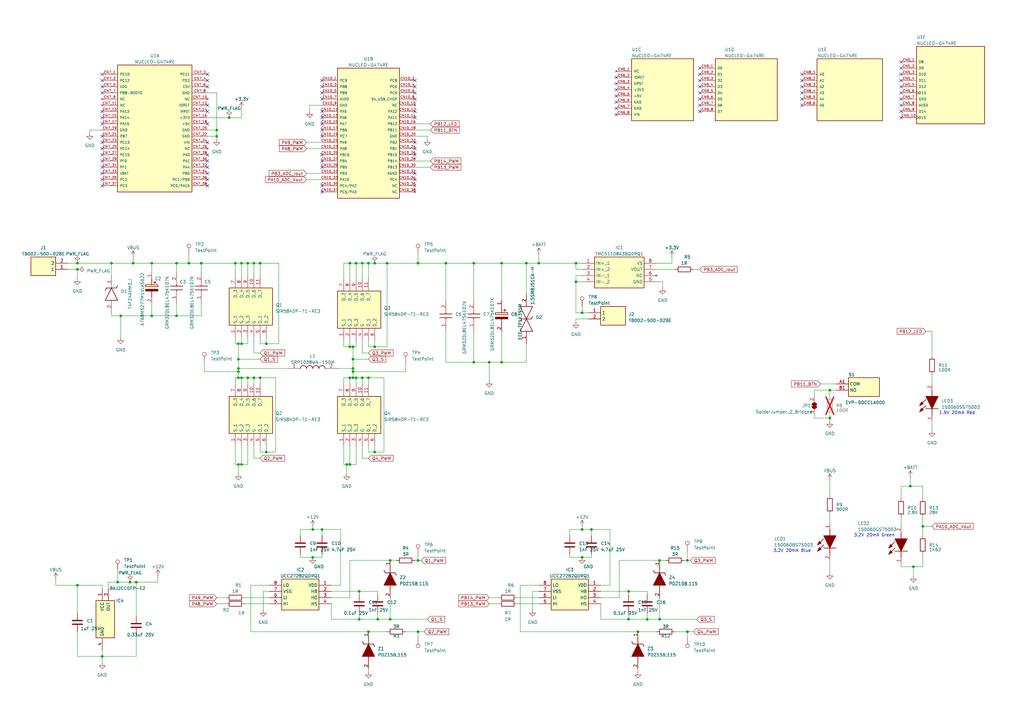
<source format=kicad_sch>
(kicad_sch (version 20230121) (generator eeschema)
  (paper "A3")
  (junction (at 205.74 107.95))
  (junction (at 238.76 228.6))
  (junction (at 257.81 242.57))
  (junction (at 171.45 229.87))
  (junction (at 48.26 238.76))
  (junction (at 154.94 254))
  (junction (at 109.22 140.97))
  (junction (at 171.45 259.08))
  (junction (at 238.76 217.17))
  (junction (at 104.14 107.95))
  (junction (at 148.59 154.94))
  (junction (at 148.59 107.95))
  (junction (at 97.79 140.97))
  (junction (at 99.06 154.94))
  (junction (at 143.51 190.5))
  (junction (at 144.78 154.94))
  (junction (at 142.24 190.5))
  (junction (at 143.51 107.95))
  (junction (at 242.57 217.17))
  (junction (at 200.66 148.59))
  (junction (at 270.51 229.87))
  (junction (at 143.51 154.94))
  (junction (at 31.75 107.95))
  (junction (at 144.78 152.4))
  (junction (at 147.32 242.57))
  (junction (at 106.68 154.94))
  (junction (at 144.78 147.32))
  (junction (at 82.55 107.95))
  (junction (at 340.36 171.45))
  (junction (at 128.27 228.6))
  (junction (at 151.13 107.95))
  (junction (at 132.08 217.17))
  (junction (at 72.39 129.54))
  (junction (at 151.13 154.94))
  (junction (at 97.79 154.94))
  (junction (at 160.02 254))
  (junction (at 281.94 229.87))
  (junction (at 88.9 55.88))
  (junction (at 49.53 129.54))
  (junction (at 194.31 107.95))
  (junction (at 97.79 152.4))
  (junction (at 182.88 107.95))
  (junction (at 220.98 107.95))
  (junction (at 62.23 129.54))
  (junction (at 340.36 160.02))
  (junction (at 378.46 215.9))
  (junction (at 97.79 147.32))
  (junction (at 153.67 142.24))
  (junction (at 109.22 185.42))
  (junction (at 143.51 142.24))
  (junction (at 205.74 148.59))
  (junction (at 99.06 140.97))
  (junction (at 101.6 154.94))
  (junction (at 128.27 217.17))
  (junction (at 88.9 53.34))
  (junction (at 45.72 107.95))
  (junction (at 194.31 148.59))
  (junction (at 53.34 238.76))
  (junction (at 158.75 107.95))
  (junction (at 270.51 254))
  (junction (at 97.79 190.5))
  (junction (at 215.9 107.95))
  (junction (at 144.78 142.24))
  (junction (at 374.65 232.41))
  (junction (at 104.14 154.94))
  (junction (at 236.22 115.57))
  (junction (at 146.05 107.95))
  (junction (at 265.43 254))
  (junction (at 171.45 107.95))
  (junction (at 147.32 254))
  (junction (at 77.47 107.95))
  (junction (at 31.75 110.49))
  (junction (at 151.13 259.08))
  (junction (at 144.78 151.13))
  (junction (at 160.02 229.87))
  (junction (at 54.61 107.95))
  (junction (at 62.23 107.95))
  (junction (at 41.91 269.24))
  (junction (at 106.68 107.95))
  (junction (at 257.81 254))
  (junction (at 238.76 128.27))
  (junction (at 153.67 185.42))
  (junction (at 99.06 107.95))
  (junction (at 236.22 107.95))
  (junction (at 281.94 259.08))
  (junction (at 261.62 259.08))
  (junction (at 93.98 48.26))
  (junction (at 72.39 107.95))
  (junction (at 101.6 107.95))
  (junction (at 99.06 190.5))
  (junction (at 31.75 240.03))
  (junction (at 146.05 154.94))
  (junction (at 97.79 151.13))
  (junction (at 153.67 107.95))
  (junction (at 373.38 199.39))
  (junction (at 55.88 238.76))
  (junction (at 96.52 107.95))
  (no_connect (at 170.18 35.56))
  (no_connect (at 132.08 68.58))
  (no_connect (at 41.91 33.02))
  (no_connect (at 369.57 45.72))
  (no_connect (at 85.09 68.58))
  (no_connect (at 85.09 30.48))
  (no_connect (at 132.08 45.72))
  (no_connect (at 287.02 40.64))
  (no_connect (at 369.57 35.56))
  (no_connect (at 85.09 76.2))
  (no_connect (at 41.91 58.42))
  (no_connect (at 41.91 45.72))
  (no_connect (at 85.09 35.56))
  (no_connect (at 41.91 60.96))
  (no_connect (at 170.18 71.12))
  (no_connect (at 252.73 46.99))
  (no_connect (at 252.73 44.45))
  (no_connect (at 132.08 35.56))
  (no_connect (at 252.73 39.37))
  (no_connect (at 132.08 55.88))
  (no_connect (at 287.02 35.56))
  (no_connect (at 85.09 50.8))
  (no_connect (at 328.93 40.64))
  (no_connect (at 328.93 43.18))
  (no_connect (at 41.91 35.56))
  (no_connect (at 328.93 33.02))
  (no_connect (at 132.08 53.34))
  (no_connect (at 170.18 48.26))
  (no_connect (at 132.08 50.8))
  (no_connect (at 287.02 45.72))
  (no_connect (at 287.02 30.48))
  (no_connect (at 170.18 45.72))
  (no_connect (at 369.57 33.02))
  (no_connect (at 132.08 76.2))
  (no_connect (at 287.02 27.94))
  (no_connect (at 85.09 63.5))
  (no_connect (at 328.93 35.56))
  (no_connect (at 132.08 38.1))
  (no_connect (at 85.09 73.66))
  (no_connect (at 41.91 66.04))
  (no_connect (at 369.57 25.4))
  (no_connect (at 369.57 40.64))
  (no_connect (at 85.09 45.72))
  (no_connect (at 170.18 63.5))
  (no_connect (at 170.18 58.42))
  (no_connect (at 41.91 38.1))
  (no_connect (at 369.57 38.1))
  (no_connect (at 41.91 50.8))
  (no_connect (at 170.18 73.66))
  (no_connect (at 170.18 60.96))
  (no_connect (at 252.73 31.75))
  (no_connect (at 369.57 48.26))
  (no_connect (at 85.09 43.18))
  (no_connect (at 369.57 30.48))
  (no_connect (at 41.91 55.88))
  (no_connect (at 41.91 48.26))
  (no_connect (at 41.91 63.5))
  (no_connect (at 170.18 38.1))
  (no_connect (at 41.91 30.48))
  (no_connect (at 132.08 66.04))
  (no_connect (at 41.91 73.66))
  (no_connect (at 287.02 43.18))
  (no_connect (at 85.09 33.02))
  (no_connect (at 252.73 36.83))
  (no_connect (at 328.93 38.1))
  (no_connect (at 41.91 71.12))
  (no_connect (at 132.08 78.74))
  (no_connect (at 170.18 33.02))
  (no_connect (at 287.02 38.1))
  (no_connect (at 41.91 68.58))
  (no_connect (at 85.09 58.42))
  (no_connect (at 328.93 30.48))
  (no_connect (at 132.08 63.5))
  (no_connect (at 369.57 27.94))
  (no_connect (at 41.91 76.2))
  (no_connect (at 132.08 48.26))
  (no_connect (at 252.73 34.29))
  (no_connect (at 252.73 41.91))
  (no_connect (at 287.02 33.02))
  (no_connect (at 85.09 66.04))
  (no_connect (at 132.08 33.02))
  (no_connect (at 369.57 43.18))
  (no_connect (at 132.08 40.64))
  (no_connect (at 170.18 40.64))
  (no_connect (at 85.09 71.12))
  (wire (pts (xy 99.06 190.5) (xy 101.6 190.5)))
  (wire (pts (xy 212.09 245.11) (xy 220.98 245.11)))
  (wire (pts (xy 97.79 147.32) (xy 97.79 151.13)))
  (wire (pts (xy 270.51 245.11) (xy 270.51 254)))
  (wire (pts (xy 101.6 107.95) (xy 104.14 107.95)))
  (wire (pts (xy 334.01 171.45) (xy 340.36 171.45)))
  (wire (pts (xy 151.13 139.7) (xy 151.13 142.24)))
  (wire (pts (xy 106.68 144.78) (xy 104.14 144.78)))
  (wire (pts (xy 97.79 152.4) (xy 97.79 154.94)))
  (wire (pts (xy 109.22 140.97) (xy 114.3 140.97)))
  (wire (pts (xy 146.05 142.24) (xy 144.78 142.24)))
  (wire (pts (xy 378.46 212.09) (xy 378.46 215.9)))
  (wire (pts (xy 106.68 182.88) (xy 106.68 185.42)))
  (wire (pts (xy 138.43 151.13) (xy 144.78 151.13)))
  (wire (pts (xy 238.76 217.17) (xy 233.68 217.17)))
  (wire (pts (xy 97.79 190.5) (xy 97.79 194.31)))
  (wire (pts (xy 200.66 247.65) (xy 204.47 247.65)))
  (wire (pts (xy 170.18 229.87) (xy 171.45 229.87)))
  (wire (pts (xy 82.55 107.95) (xy 96.52 107.95)))
  (wire (pts (xy 236.22 107.95) (xy 238.76 107.95)))
  (wire (pts (xy 369.57 231.14) (xy 369.57 232.41)))
  (wire (pts (xy 139.7 240.03) (xy 139.7 217.17)))
  (wire (pts (xy 114.3 140.97) (xy 114.3 107.95)))
  (wire (pts (xy 101.6 140.97) (xy 101.6 138.43)))
  (wire (pts (xy 128.27 217.17) (xy 123.19 217.17)))
  (wire (pts (xy 170.18 66.04) (xy 176.53 66.04)))
  (wire (pts (xy 88.9 245.11) (xy 92.71 245.11)))
  (wire (pts (xy 102.87 259.08) (xy 151.13 259.08)))
  (wire (pts (xy 171.45 107.95) (xy 182.88 107.95)))
  (wire (pts (xy 154.94 242.57) (xy 147.32 242.57)))
  (wire (pts (xy 236.22 113.03) (xy 238.76 113.03)))
  (wire (pts (xy 31.75 269.24) (xy 41.91 269.24)))
  (wire (pts (xy 85.09 38.1) (xy 88.9 38.1)))
  (wire (pts (xy 62.23 107.95) (xy 62.23 111.76)))
  (wire (pts (xy 148.59 154.94) (xy 151.13 154.94)))
  (wire (pts (xy 127 45.72) (xy 127 43.18)))
  (wire (pts (xy 334.01 160.02) (xy 334.01 162.56)))
  (wire (pts (xy 109.22 185.42) (xy 109.22 182.88)))
  (wire (pts (xy 96.52 140.97) (xy 97.79 140.97)))
  (wire (pts (xy 242.57 217.17) (xy 238.76 217.17)))
  (wire (pts (xy 99.06 154.94) (xy 99.06 157.48)))
  (wire (pts (xy 194.31 107.95) (xy 194.31 123.19)))
  (wire (pts (xy 148.59 107.95) (xy 148.59 114.3)))
  (wire (pts (xy 340.36 196.85) (xy 340.36 203.2)))
  (wire (pts (xy 378.46 215.9) (xy 382.27 215.9)))
  (wire (pts (xy 96.52 138.43) (xy 96.52 140.97)))
  (wire (pts (xy 82.55 107.95) (xy 82.55 111.76)))
  (wire (pts (xy 146.05 154.94) (xy 148.59 154.94)))
  (wire (pts (xy 194.31 107.95) (xy 182.88 107.95)))
  (wire (pts (xy 151.13 274.32) (xy 151.13 275.59)))
  (wire (pts (xy 220.98 104.14) (xy 220.98 107.95)))
  (wire (pts (xy 246.38 254) (xy 257.81 254)))
  (wire (pts (xy 104.14 144.78) (xy 104.14 138.43)))
  (wire (pts (xy 45.72 129.54) (xy 45.72 128.27)))
  (wire (pts (xy 147.32 243.84) (xy 147.32 242.57)))
  (wire (pts (xy 171.45 227.33) (xy 171.45 229.87)))
  (wire (pts (xy 101.6 182.88) (xy 101.6 190.5)))
  (wire (pts (xy 340.36 172.72) (xy 340.36 171.45)))
  (wire (pts (xy 242.57 228.6) (xy 238.76 228.6)))
  (wire (pts (xy 238.76 115.57) (xy 236.22 115.57)))
  (wire (pts (xy 53.34 238.76) (xy 55.88 238.76)))
  (wire (pts (xy 55.88 238.76) (xy 55.88 252.73)))
  (wire (pts (xy 378.46 215.9) (xy 378.46 219.71)))
  (wire (pts (xy 369.57 212.09) (xy 369.57 215.9)))
  (wire (pts (xy 113.03 185.42) (xy 113.03 154.94)))
  (wire (pts (xy 151.13 185.42) (xy 153.67 185.42)))
  (wire (pts (xy 194.31 135.89) (xy 194.31 148.59)))
  (wire (pts (xy 106.68 154.94) (xy 106.68 157.48)))
  (wire (pts (xy 154.94 251.46) (xy 154.94 254)))
  (wire (pts (xy 97.79 140.97) (xy 99.06 140.97)))
  (wire (pts (xy 238.76 228.6) (xy 233.68 228.6)))
  (wire (pts (xy 200.66 245.11) (xy 204.47 245.11)))
  (wire (pts (xy 102.87 240.03) (xy 110.49 240.03)))
  (wire (pts (xy 270.51 254) (xy 285.75 254)))
  (wire (pts (xy 257.81 254) (xy 265.43 254)))
  (wire (pts (xy 85.09 55.88) (xy 88.9 55.88)))
  (wire (pts (xy 160.02 254) (xy 175.26 254)))
  (wire (pts (xy 281.94 259.08) (xy 281.94 261.62)))
  (wire (pts (xy 106.68 187.96) (xy 104.14 187.96)))
  (wire (pts (xy 147.32 254) (xy 154.94 254)))
  (wire (pts (xy 99.06 138.43) (xy 99.06 140.97)))
  (wire (pts (xy 205.74 107.95) (xy 205.74 123.19)))
  (wire (pts (xy 96.52 107.95) (xy 96.52 113.03)))
  (wire (pts (xy 62.23 124.46) (xy 62.23 129.54)))
  (wire (pts (xy 88.9 38.1) (xy 88.9 53.34)))
  (wire (pts (xy 64.77 238.76) (xy 64.77 236.22)))
  (wire (pts (xy 153.67 142.24) (xy 158.75 142.24)))
  (wire (pts (xy 271.78 118.11) (xy 271.78 115.57)))
  (wire (pts (xy 31.75 107.95) (xy 45.72 107.95)))
  (wire (pts (xy 31.75 240.03) (xy 31.75 251.46)))
  (wire (pts (xy 144.78 147.32) (xy 144.78 151.13)))
  (wire (pts (xy 254 229.87) (xy 270.51 229.87)))
  (wire (pts (xy 382.27 135.89) (xy 382.27 146.05)))
  (wire (pts (xy 132.08 217.17) (xy 128.27 217.17)))
  (wire (pts (xy 106.68 107.95) (xy 106.68 113.03)))
  (wire (pts (xy 144.78 142.24) (xy 143.51 142.24)))
  (wire (pts (xy 140.97 182.88) (xy 140.97 190.5)))
  (wire (pts (xy 93.98 48.26) (xy 99.06 48.26)))
  (wire (pts (xy 233.68 227.33) (xy 233.68 228.6)))
  (wire (pts (xy 194.31 148.59) (xy 182.88 148.59)))
  (wire (pts (xy 96.52 107.95) (xy 99.06 107.95)))
  (wire (pts (xy 220.98 242.57) (xy 218.44 242.57)))
  (wire (pts (xy 104.14 107.95) (xy 106.68 107.95)))
  (wire (pts (xy 157.48 154.94) (xy 151.13 154.94)))
  (wire (pts (xy 281.94 259.08) (xy 284.48 259.08)))
  (wire (pts (xy 128.27 215.9) (xy 128.27 217.17)))
  (wire (pts (xy 31.75 240.03) (xy 41.91 240.03)))
  (wire (pts (xy 96.52 182.88) (xy 96.52 190.5)))
  (wire (pts (xy 146.05 107.95) (xy 146.05 114.3)))
  (wire (pts (xy 171.45 259.08) (xy 171.45 261.62)))
  (wire (pts (xy 170.18 53.34) (xy 176.53 53.34)))
  (wire (pts (xy 109.22 140.97) (xy 109.22 138.43)))
  (wire (pts (xy 261.62 259.08) (xy 269.24 259.08)))
  (wire (pts (xy 62.23 107.95) (xy 72.39 107.95)))
  (wire (pts (xy 83.82 152.4) (xy 97.79 152.4)))
  (wire (pts (xy 215.9 140.97) (xy 215.9 148.59)))
  (wire (pts (xy 182.88 135.89) (xy 182.88 148.59)))
  (wire (pts (xy 31.75 110.49) (xy 31.75 114.3)))
  (wire (pts (xy 31.75 259.08) (xy 31.75 269.24)))
  (wire (pts (xy 200.66 148.59) (xy 194.31 148.59)))
  (wire (pts (xy 41.91 269.24) (xy 41.91 271.78)))
  (wire (pts (xy 238.76 128.27) (xy 236.22 128.27)))
  (wire (pts (xy 143.51 142.24) (xy 140.97 142.24)))
  (wire (pts (xy 143.51 245.11) (xy 135.89 245.11)))
  (wire (pts (xy 135.89 254) (xy 147.32 254)))
  (wire (pts (xy 276.86 259.08) (xy 281.94 259.08)))
  (wire (pts (xy 340.36 170.18) (xy 340.36 171.45)))
  (wire (pts (xy 99.06 107.95) (xy 101.6 107.95)))
  (wire (pts (xy 143.51 229.87) (xy 160.02 229.87)))
  (wire (pts (xy 104.14 154.94) (xy 106.68 154.94)))
  (wire (pts (xy 146.05 107.95) (xy 148.59 107.95)))
  (wire (pts (xy 140.97 157.48) (xy 140.97 154.94)))
  (wire (pts (xy 158.75 107.95) (xy 171.45 107.95)))
  (wire (pts (xy 151.13 144.78) (xy 148.59 144.78)))
  (wire (pts (xy 125.73 73.66) (xy 132.08 73.66)))
  (wire (pts (xy 373.38 195.58) (xy 373.38 199.39)))
  (wire (pts (xy 48.26 238.76) (xy 53.34 238.76)))
  (wire (pts (xy 379.73 135.89) (xy 382.27 135.89)))
  (wire (pts (xy 148.59 182.88) (xy 148.59 187.96)))
  (wire (pts (xy 125.73 58.42) (xy 132.08 58.42)))
  (wire (pts (xy 44.45 238.76) (xy 44.45 241.3)))
  (wire (pts (xy 382.27 153.67) (xy 382.27 157.48)))
  (wire (pts (xy 151.13 182.88) (xy 151.13 185.42)))
  (wire (pts (xy 49.53 138.43) (xy 49.53 129.54)))
  (wire (pts (xy 334.01 160.02) (xy 340.36 160.02)))
  (wire (pts (xy 44.45 238.76) (xy 48.26 238.76)))
  (wire (pts (xy 382.27 172.72) (xy 382.27 176.53)))
  (wire (pts (xy 132.08 227.33) (xy 132.08 228.6)))
  (wire (pts (xy 340.36 160.02) (xy 342.9 160.02)))
  (wire (pts (xy 275.59 107.95) (xy 275.59 105.41)))
  (wire (pts (xy 123.19 227.33) (xy 123.19 228.6)))
  (wire (pts (xy 96.52 154.94) (xy 96.52 157.48)))
  (wire (pts (xy 97.79 140.97) (xy 97.79 147.32)))
  (wire (pts (xy 160.02 245.11) (xy 160.02 254)))
  (wire (pts (xy 125.73 60.96) (xy 132.08 60.96)))
  (wire (pts (xy 55.88 238.76) (xy 64.77 238.76)))
  (wire (pts (xy 22.86 240.03) (xy 31.75 240.03)))
  (wire (pts (xy 143.51 154.94) (xy 144.78 154.94)))
  (wire (pts (xy 100.33 245.11) (xy 110.49 245.11)))
  (wire (pts (xy 123.19 217.17) (xy 123.19 219.71)))
  (wire (pts (xy 171.45 259.08) (xy 173.99 259.08)))
  (wire (pts (xy 148.59 107.95) (xy 151.13 107.95)))
  (wire (pts (xy 369.57 204.47) (xy 369.57 199.39)))
  (wire (pts (xy 340.36 210.82) (xy 340.36 214.63)))
  (wire (pts (xy 132.08 217.17) (xy 132.08 219.71)))
  (wire (pts (xy 97.79 151.13) (xy 118.11 151.13)))
  (wire (pts (xy 100.33 247.65) (xy 110.49 247.65)))
  (wire (pts (xy 97.79 190.5) (xy 99.06 190.5)))
  (wire (pts (xy 41.91 269.24) (xy 55.88 269.24)))
  (wire (pts (xy 72.39 124.46) (xy 72.39 129.54)))
  (wire (pts (xy 205.74 148.59) (xy 200.66 148.59)))
  (wire (pts (xy 215.9 120.65) (xy 215.9 107.95)))
  (wire (pts (xy 41.91 240.03) (xy 41.91 241.3)))
  (wire (pts (xy 146.05 182.88) (xy 146.05 190.5)))
  (wire (pts (xy 144.78 154.94) (xy 146.05 154.94)))
  (wire (pts (xy 157.48 185.42) (xy 157.48 154.94)))
  (wire (pts (xy 236.22 130.81) (xy 236.22 132.08)))
  (wire (pts (xy 114.3 107.95) (xy 106.68 107.95)))
  (wire (pts (xy 88.9 55.88) (xy 88.9 57.15)))
  (wire (pts (xy 151.13 259.08) (xy 158.75 259.08)))
  (wire (pts (xy 45.72 107.95) (xy 45.72 113.03)))
  (wire (pts (xy 62.23 129.54) (xy 49.53 129.54)))
  (wire (pts (xy 281.94 226.06) (xy 281.94 229.87)))
  (wire (pts (xy 99.06 140.97) (xy 101.6 140.97)))
  (wire (pts (xy 77.47 104.14) (xy 77.47 107.95)))
  (wire (pts (xy 48.26 233.68) (xy 48.26 238.76)))
  (wire (pts (xy 127 43.18) (xy 132.08 43.18)))
  (wire (pts (xy 378.46 232.41) (xy 378.46 227.33)))
  (wire (pts (xy 166.37 259.08) (xy 171.45 259.08)))
  (wire (pts (xy 143.51 107.95) (xy 146.05 107.95)))
  (wire (pts (xy 22.86 237.49) (xy 22.86 240.03)))
  (wire (pts (xy 340.36 162.56) (xy 340.36 160.02)))
  (wire (pts (xy 142.24 190.5) (xy 142.24 194.31)))
  (wire (pts (xy 104.14 107.95) (xy 104.14 113.03)))
  (wire (pts (xy 170.18 55.88) (xy 175.26 55.88)))
  (wire (pts (xy 85.09 48.26) (xy 93.98 48.26)))
  (wire (pts (xy 171.45 104.14) (xy 171.45 107.95)))
  (wire (pts (xy 151.13 107.95) (xy 151.13 114.3)))
  (wire (pts (xy 72.39 129.54) (xy 62.23 129.54)))
  (wire (pts (xy 151.13 142.24) (xy 153.67 142.24)))
  (wire (pts (xy 101.6 154.94) (xy 101.6 157.48)))
  (wire (pts (xy 99.06 48.26) (xy 99.06 44.45)))
  (wire (pts (xy 261.62 274.32) (xy 261.62 275.59)))
  (wire (pts (xy 158.75 142.24) (xy 158.75 107.95)))
  (wire (pts (xy 170.18 68.58) (xy 176.53 68.58)))
  (wire (pts (xy 125.73 71.12) (xy 132.08 71.12)))
  (wire (pts (xy 77.47 107.95) (xy 82.55 107.95)))
  (wire (pts (xy 205.74 148.59) (xy 215.9 148.59)))
  (wire (pts (xy 143.51 107.95) (xy 143.51 114.3)))
  (wire (pts (xy 242.57 227.33) (xy 242.57 228.6)))
  (wire (pts (xy 218.44 242.57) (xy 218.44 250.19)))
  (wire (pts (xy 265.43 251.46) (xy 265.43 254)))
  (wire (pts (xy 220.98 107.95) (xy 236.22 107.95)))
  (wire (pts (xy 334.01 170.18) (xy 334.01 171.45)))
  (wire (pts (xy 104.14 182.88) (xy 104.14 187.96)))
  (wire (pts (xy 135.89 254) (xy 135.89 247.65)))
  (wire (pts (xy 374.65 232.41) (xy 374.65 236.22)))
  (wire (pts (xy 242.57 217.17) (xy 242.57 219.71)))
  (wire (pts (xy 254 229.87) (xy 254 245.11)))
  (wire (pts (xy 148.59 157.48) (xy 148.59 154.94)))
  (wire (pts (xy 265.43 242.57) (xy 257.81 242.57)))
  (wire (pts (xy 153.67 139.7) (xy 153.67 142.24)))
  (wire (pts (xy 146.05 190.5) (xy 143.51 190.5)))
  (wire (pts (xy 265.43 243.84) (xy 265.43 242.57)))
  (wire (pts (xy 97.79 154.94) (xy 96.52 154.94)))
  (wire (pts (xy 271.78 115.57) (xy 269.24 115.57)))
  (wire (pts (xy 109.22 185.42) (xy 113.03 185.42)))
  (wire (pts (xy 132.08 228.6) (xy 128.27 228.6)))
  (wire (pts (xy 284.48 110.49) (xy 287.02 110.49)))
  (wire (pts (xy 99.06 107.95) (xy 99.06 113.03)))
  (wire (pts (xy 36.83 53.34) (xy 41.91 53.34)))
  (wire (pts (xy 238.76 125.73) (xy 238.76 128.27)))
  (wire (pts (xy 254 245.11) (xy 246.38 245.11)))
  (wire (pts (xy 140.97 139.7) (xy 140.97 142.24)))
  (wire (pts (xy 236.22 130.81) (xy 241.3 130.81)))
  (wire (pts (xy 102.87 240.03) (xy 102.87 259.08)))
  (wire (pts (xy 153.67 107.95) (xy 151.13 107.95)))
  (wire (pts (xy 135.89 240.03) (xy 139.7 240.03)))
  (wire (pts (xy 374.65 232.41) (xy 378.46 232.41)))
  (wire (pts (xy 166.37 148.59) (xy 166.37 152.4)))
  (wire (pts (xy 27.94 107.95) (xy 31.75 107.95)))
  (wire (pts (xy 213.36 240.03) (xy 220.98 240.03)))
  (wire (pts (xy 153.67 185.42) (xy 153.67 182.88)))
  (wire (pts (xy 82.55 129.54) (xy 72.39 129.54)))
  (wire (pts (xy 143.51 139.7) (xy 143.51 142.24)))
  (wire (pts (xy 269.24 110.49) (xy 276.86 110.49)))
  (wire (pts (xy 269.24 107.95) (xy 275.59 107.95)))
  (wire (pts (xy 49.53 129.54) (xy 45.72 129.54)))
  (wire (pts (xy 151.13 154.94) (xy 151.13 157.48)))
  (wire (pts (xy 246.38 240.03) (xy 250.19 240.03)))
  (wire (pts (xy 160.02 229.87) (xy 162.56 229.87)))
  (wire (pts (xy 236.22 128.27) (xy 236.22 115.57)))
  (wire (pts (xy 205.74 135.89) (xy 205.74 148.59)))
  (wire (pts (xy 238.76 110.49) (xy 236.22 110.49)))
  (wire (pts (xy 82.55 124.46) (xy 82.55 129.54)))
  (wire (pts (xy 55.88 260.35) (xy 55.88 269.24)))
  (wire (pts (xy 88.9 53.34) (xy 88.9 55.88)))
  (wire (pts (xy 369.57 199.39) (xy 373.38 199.39)))
  (wire (pts (xy 139.7 217.17) (xy 132.08 217.17)))
  (wire (pts (xy 107.95 242.57) (xy 107.95 250.19)))
  (wire (pts (xy 378.46 199.39) (xy 378.46 204.47)))
  (wire (pts (xy 250.19 217.17) (xy 242.57 217.17)))
  (wire (pts (xy 154.94 254) (xy 160.02 254)))
  (wire (pts (xy 373.38 199.39) (xy 378.46 199.39)))
  (wire (pts (xy 140.97 154.94) (xy 143.51 154.94)))
  (wire (pts (xy 106.68 140.97) (xy 109.22 140.97)))
  (wire (pts (xy 106.68 185.42) (xy 109.22 185.42)))
  (wire (pts (xy 143.51 182.88) (xy 143.51 190.5)))
  (wire (pts (xy 113.03 154.94) (xy 106.68 154.94)))
  (wire (pts (xy 99.06 154.94) (xy 101.6 154.94)))
  (wire (pts (xy 182.88 123.19) (xy 182.88 107.95)))
  (wire (pts (xy 175.26 55.88) (xy 175.26 57.15)))
  (wire (pts (xy 41.91 266.7) (xy 41.91 269.24)))
  (wire (pts (xy 340.36 229.87) (xy 340.36 234.95)))
  (wire (pts (xy 205.74 107.95) (xy 194.31 107.95)))
  (wire (pts (xy 144.78 142.24) (xy 144.78 147.32)))
  (wire (pts (xy 212.09 247.65) (xy 220.98 247.65)))
  (wire (pts (xy 143.51 154.94) (xy 143.51 157.48)))
  (wire (pts (xy 336.55 157.48) (xy 342.9 157.48)))
  (wire (pts (xy 170.18 50.8) (xy 176.53 50.8)))
  (wire (pts (xy 200.66 156.21) (xy 200.66 148.59)))
  (wire (pts (xy 128.27 228.6) (xy 123.19 228.6)))
  (wire (pts (xy 238.76 215.9) (xy 238.76 217.17)))
  (wire (pts (xy 97.79 154.94) (xy 99.06 154.94)))
  (wire (pts (xy 144.78 151.13) (xy 144.78 152.4)))
  (wire (pts (xy 241.3 128.27) (xy 238.76 128.27)))
  (wire (pts (xy 72.39 107.95) (xy 72.39 111.76)))
  (wire (pts (xy 110.49 242.57) (xy 107.95 242.57)))
  (wire (pts (xy 236.22 115.57) (xy 236.22 113.03)))
  (wire (pts (xy 280.67 229.87) (xy 281.94 229.87)))
  (wire (pts (xy 250.19 240.03) (xy 250.19 217.17)))
  (wire (pts (xy 36.83 54.61) (xy 36.83 53.34)))
  (wire (pts (xy 147.32 251.46) (xy 147.32 254)))
  (wire (pts (xy 257.81 243.84) (xy 257.81 242.57)))
  (wire (pts (xy 143.51 190.5) (xy 142.24 190.5)))
  (wire (pts (xy 257.81 251.46) (xy 257.81 254)))
  (wire (pts (xy 205.74 107.95) (xy 215.9 107.95)))
  (wire (pts (xy 246.38 242.57) (xy 257.81 242.57)))
  (wire (pts (xy 104.14 154.94) (xy 104.14 157.48)))
  (wire (pts (xy 142.24 190.5) (xy 140.97 190.5)))
  (wire (pts (xy 97.79 147.32) (xy 106.68 147.32)))
  (wire (pts (xy 151.13 187.96) (xy 148.59 187.96)))
  (wire (pts (xy 144.78 147.32) (xy 151.13 147.32)))
  (wire (pts (xy 146.05 154.94) (xy 146.05 157.48)))
  (wire (pts (xy 171.45 229.87) (xy 172.72 229.87)))
  (wire (pts (xy 154.94 243.84) (xy 154.94 242.57)))
  (wire (pts (xy 213.36 240.03) (xy 213.36 259.08)))
  (wire (pts (xy 148.59 139.7) (xy 148.59 144.78)))
  (wire (pts (xy 101.6 107.95) (xy 101.6 113.03)))
  (wire (pts (xy 281.94 229.87) (xy 283.21 229.87)))
  (wire (pts (xy 97.79 151.13) (xy 97.79 152.4)))
  (wire (pts (xy 96.52 190.5) (xy 97.79 190.5)))
  (wire (pts (xy 369.57 232.41) (xy 374.65 232.41)))
  (wire (pts (xy 166.37 152.4) (xy 144.78 152.4)))
  (wire (pts (xy 140.97 114.3) (xy 140.97 107.95)))
  (wire (pts (xy 101.6 154.94) (xy 104.14 154.94)))
  (wire (pts (xy 233.68 217.17) (xy 233.68 219.71)))
  (wire (pts (xy 106.68 138.43) (xy 106.68 140.97)))
  (wire (pts (xy 135.89 242.57) (xy 147.32 242.57)))
  (wire (pts (xy 215.9 107.95) (xy 220.98 107.95)))
  (wire (pts (xy 72.39 107.95) (xy 77.47 107.95)))
  (wire (pts (xy 158.75 107.95) (xy 153.67 107.95)))
  (wire (pts (xy 85.09 53.34) (xy 88.9 53.34)))
  (wire (pts (xy 88.9 247.65) (xy 92.71 247.65)))
  (wire (pts (xy 153.67 185.42) (xy 157.48 185.42)))
  (wire (pts (xy 146.05 139.7) (xy 146.05 142.24)))
  (wire (pts (xy 27.94 110.49) (xy 31.75 110.49)))
  (wire (pts (xy 143.51 229.87) (xy 143.51 245.11)))
  (wire (pts (xy 140.97 107.95) (xy 143.51 107.95)))
  (wire (pts (xy 54.61 107.95) (xy 62.23 107.95)))
  (wire (pts (xy 236.22 110.49) (xy 236.22 107.95)))
  (wire (pts (xy 144.78 152.4) (xy 144.78 154.94)))
  (wire (pts (xy 45.72 107.95) (xy 54.61 107.95)))
  (wire (pts (xy 99.06 182.88) (xy 99.06 190.5)))
  (wire (pts (xy 54.61 105.41) (xy 54.61 107.95)))
  (wire (pts (xy 83.82 148.59) (xy 83.82 152.4)))
  (wire (pts (xy 246.38 254) (xy 246.38 247.65)))
  (wire (pts (xy 270.51 229.87) (xy 273.05 229.87)))
  (wire (pts (xy 265.43 254) (xy 270.51 254)))
  (wire (pts (xy 213.36 259.08) (xy 261.62 259.08)))
  (text "3.2V 20mA Green" (at 367.03 220.345 0) (effects (font (size 1.27 1.27)) (justify right bottom)))
  (text "1.9V 20mA Red" (at 400.05 170.18 0) (effects (font (size 1.27 1.27)) (justify right bottom)))
  (text "3.2V 20mA Blue" (at 332.74 226.695 0) (effects (font (size 1.27 1.27)) (justify right bottom)))
  (global_label "PB14_PWM" (shape input) (at 176.53 66.04 0) (property "Intersheetrefs" "${INTERSHEET_REFS}" (effects hide)))
  (global_label "PA10_ADC_Vout" (shape input) (at 382.27 215.9 0) (property "Intersheetrefs" "${INTERSHEET_REFS}" (effects hide)))
  (global_label "Q3_PWM" (shape input) (at 151.13 144.78 0) (property "Intersheetrefs" "${INTERSHEET_REFS}" (effects hide)))
  (global_label "Q4_PWM" (shape input) (at 151.13 187.96 0) (property "Intersheetrefs" "${INTERSHEET_REFS}" (effects hide)))
  (global_label "PB13_PWM" (shape input) (at 200.66 247.65 180) (property "Intersheetrefs" "${INTERSHEET_REFS}" (effects hide)))
  (global_label "PB3_ADC_Iout" (shape input) (at 287.02 110.49 0) (property "Intersheetrefs" "${INTERSHEET_REFS}" (effects hide)))
  (global_label "Q3_PWM" (shape input) (at 283.21 229.87 0) (property "Intersheetrefs" "${INTERSHEET_REFS}" (effects hide)))
  (global_label "Q2_PWM" (shape input) (at 173.99 259.08 0) (property "Intersheetrefs" "${INTERSHEET_REFS}" (effects hide)))
  (global_label "PA8_PWM" (shape input) (at 88.9 247.65 180) (property "Intersheetrefs" "${INTERSHEET_REFS}" (effects hide)))
  (global_label "PA10_ADC_Vout" (shape input) (at 125.73 73.66 180) (property "Intersheetrefs" "${INTERSHEET_REFS}" (effects hide)))
  (global_label "Q3_S" (shape input) (at 285.75 254 0) (property "Intersheetrefs" "${INTERSHEET_REFS}" (effects hide)))
  (global_label "PB12_LED" (shape input) (at 379.73 135.89 180) (property "Intersheetrefs" "${INTERSHEET_REFS}" (effects hide)))
  (global_label "PA9_PWM" (shape input) (at 125.73 58.42 180) (property "Intersheetrefs" "${INTERSHEET_REFS}" (effects hide)))
  (global_label "Q2_PWM" (shape input) (at 106.68 187.96 0) (property "Intersheetrefs" "${INTERSHEET_REFS}" (effects hide)))
  (global_label "Q1_PWM" (shape input) (at 172.72 229.87 0) (property "Intersheetrefs" "${INTERSHEET_REFS}" (effects hide)))
  (global_label "PB13_PWM" (shape input) (at 176.53 68.58 0) (property "Intersheetrefs" "${INTERSHEET_REFS}" (effects hide)))
  (global_label "PB12_LED" (shape input) (at 176.53 50.8 0) (property "Intersheetrefs" "${INTERSHEET_REFS}" (effects hide)))
  (global_label "PA9_PWM" (shape input) (at 88.9 245.11 180) (property "Intersheetrefs" "${INTERSHEET_REFS}" (effects hide)))
  (global_label "Q3_S" (shape input) (at 151.13 147.32 0) (property "Intersheetrefs" "${INTERSHEET_REFS}" (effects hide)))
  (global_label "PB11_BTN" (shape input) (at 336.55 157.48 180) (property "Intersheetrefs" "${INTERSHEET_REFS}" (effects hide)))
  (global_label "PB3_ADC_Iout" (shape input) (at 125.73 71.12 180) (property "Intersheetrefs" "${INTERSHEET_REFS}" (effects hide)))
  (global_label "Q4_PWM" (shape input) (at 284.48 259.08 0) (property "Intersheetrefs" "${INTERSHEET_REFS}" (effects hide)))
  (global_label "PA8_PWM" (shape input) (at 125.73 60.96 180) (property "Intersheetrefs" "${INTERSHEET_REFS}" (effects hide)))
  (global_label "Q1_S" (shape input) (at 106.68 147.32 0) (property "Intersheetrefs" "${INTERSHEET_REFS}" (effects hide)))
  (global_label "PB14_PWM" (shape input) (at 200.66 245.11 180) (property "Intersheetrefs" "${INTERSHEET_REFS}" (effects hide)))
  (global_label "Q1_S" (shape input) (at 175.26 254 0) (property "Intersheetrefs" "${INTERSHEET_REFS}" (effects hide)))
  (global_label "PB11_BTN" (shape input) (at 176.53 53.34 0) (property "Intersheetrefs" "${INTERSHEET_REFS}" (effects hide)))
  (global_label "Q1_PWM" (shape input) (at 106.68 144.78 0) (property "Intersheetrefs" "${INTERSHEET_REFS}" (effects hide)))
  (symbol (lib_id "SamacSys_Parts:BAJ2CC0FP-E2") (at 41.91 241.3 90) (mirror x) (unit 1)
    (property "Reference" "IC4" (at 50.8 246.38 90) (effects (justify left)))
    (property "Value" "BAJ2CC0FP-E2" (at 59.69 241.3 90) (effects (justify left)))
    (property "Footprint" "BD750L5FPCE2" (effects hide))
    (property "Datasheet" "https://datasheet.datasheetarchive.com/originals/distributors/Datasheets_SAMA/6e960cf9b0529290922ae50bce54292d.pdf" (effects hide))
    (property "Mouser Part Number" "755-BAJ2CC0FP-E2" (effects hide))
    (property "Mouser Price/Stock" "https://www.mouser.co.uk/ProductDetail/ROHM-Semiconductor/BAJ2CC0FP-E2?qs=4kLU8WoGk0t9F92PedlmUw%3D%3D" (effects hide))
    (property "Manufacturer_Name" "ROHM Semiconductor" (effects hide))
    (property "Manufacturer_Part_Number" "BAJ2CC0FP-E2" (effects hide))
  )
  (symbol (lib_id "power:GND") (at 107.95 250.19 0) (unit 1)
    (property "Reference" "#PWR07" (effects hide))
    (property "Value" "GND" (at 107.95 255.27 0))
  )
  (symbol (lib_id "SamacSys_Parts:SRP1038WA-150M") (at 118.11 151.13 0) (unit 1)
    (property "Reference" "L1" (at 128.27 146.05 0))
    (property "Value" "SRP1038WA-150M" (at 128.27 148.59 0))
    (property "Footprint" "SRP1038WA150M" (effects hide))
    (property "Datasheet" "http://www.bourns.com/docs/Product-Datasheets/SRP1038WA.pdf" (effects hide))
    (property "Height" "4" (effects hide))
    (property "Mouser Part Number" "652-SRP1038WA-150M" (effects hide))
    (property "Mouser Price/Stock" "https://www.mouser.co.uk/ProductDetail/Bourns/SRP1038WA-150M?qs=Li%252BoUPsLEnuAb7ZgAGLDrA%3D%3D" (effects hide))
    (property "Manufacturer_Name" "Bourns" (effects hide))
    (property "Manufacturer_Part_Number" "SRP1038WA-150M" (effects hide))
  )
  (symbol (lib_id "power:+BATT") (at 373.38 195.58 0) (unit 1)
    (property "Reference" "#PWR026" (effects hide))
    (property "Value" "+BATT" (at 373.38 191.77 0))
  )
  (symbol (lib_id "SamacSys_Parts:UCC27282QDRQ1") (at 246.38 240.03 0) (mirror y) (unit 1)
    (property "Reference" "IC3" (at 233.68 233.68 0))
    (property "Value" "UCC27282QDRQ1" (at 233.68 236.22 0))
    (property "Footprint" "SOIC127P600X175-8N" (effects hide))
    (property "Datasheet" "https://www.ti.com/lit/ds/symlink/ucc27282-q1.pdf?ts=1623396797698&ref_url=https%253A%252F%252Fwww.ti.com%252Fstore%252Fti%252Fen%252Fp%252Fproduct%252F%253Fp%253DUCC27282QDRQ1%2526keyMatch%253DUCC27282QDRQ1%2526tisearch%253Dsearch-everything%2526usecase%" (effects hide))
    (property "Height" "1.75" (effects hide))
    (property "Mouser Part Number" "595-UCC27282QDRQ1" (effects hide))
    (property "Mouser Price/Stock" "https://www.mouser.co.uk/ProductDetail/Texas-Instruments/UCC27282QDRQ1?qs=bAKSY%2FctAC5VNMI2MTT0cA%3D%3D" (effects hide))
    (property "Manufacturer_Name" "Texas Instruments" (effects hide))
    (property "Manufacturer_Part_Number" "UCC27282QDRQ1" (effects hide))
  )
  (symbol (lib_id "Device:R") (at 96.52 247.65 90) (unit 1)
    (property "Reference" "R2" (at 92.71 250.19 90))
    (property "Value" "1R" (at 99.06 251.46 90))
    (property "Footprint" "Resistor_SMD:R_0603_1608Metric_Pad0.98x0.95mm_HandSolder" (effects hide))
  )
  (symbol (lib_id "Device:R") (at 166.37 229.87 90) (unit 1)
    (property "Reference" "R4" (at 166.37 224.79 90))
    (property "Value" "3R" (at 166.37 227.33 90))
    (property "Footprint" "Resistor_SMD:R_0603_1608Metric_Pad0.98x0.95mm_HandSolder" (effects hide))
  )
  (symbol (lib_id "USBC_PD:NUCLEO-G474RE") (at 64.77 52.07 0) (unit 1)
    (property "Reference" "U1" (at 63.5 22.86 0))
    (property "Value" "NUCLEO-G474RE" (at 63.5 25.4 0))
    (property "Footprint" "USBC_PD:ST_NUCLEO-G474RE" (effects hide))
    (property "PARTREV" "13" (effects hide))
    (property "STANDARD" "Manufacturer Recommendations" (effects hide))
    (property "MAXIMUM_PACKAGE_HEIGHT" "N/A" (effects hide))
    (property "MANUFACTURER" "STMicroelectronics" (effects hide))
  )
  (symbol (lib_id "Device:R") (at 340.36 166.37 0) (unit 1) (dnp yes)
    (property "Reference" "R8" (at 342.9 166.37 0) (effects (justify left)))
    (property "Value" "100R" (at 342.9 168.275 0) (effects (justify left)))
    (property "Footprint" "Resistor_SMD:R_0603_1608Metric_Pad0.98x0.95mm_HandSolder" (effects hide))
  )
  (symbol (lib_id "power:GND") (at 271.78 118.11 0) (unit 1)
    (property "Reference" "#PWR06" (effects hide))
    (property "Value" "GND" (at 271.78 123.19 0))
  )
  (symbol (lib_id "SamacSys_Parts:PDZ15B,115") (at 151.13 259.08 270) (unit 1)
    (property "Reference" "Z1" (at 154.94 266.065 90) (effects (justify left)))
    (property "Value" "PDZ15B,115" (at 154.94 268.605 90) (effects (justify left)))
    (property "Footprint" "SOD2512X110N" (effects hide))
    (property "Datasheet" "https://assets.nexperia.com/documents/data-sheet/PDZ-B_SER.pdf" (effects hide))
    (property "Height" "1.1" (effects hide))
    (property "Mouser Part Number" "771-PDZ15B-T/R" (effects hide))
    (property "Mouser Price/Stock" "https://www.mouser.co.uk/ProductDetail/Nexperia/PDZ15B115?qs=LOCUfHb8d9sgWonFEy95lA%3D%3D" (effects hide))
    (property "Manufacturer_Name" "Nexperia" (effects hide))
    (property "Manufacturer_Part_Number" "PDZ15B,115" (effects hide))
  )
  (symbol (lib_id "power:GND") (at 142.24 194.31 0) (unit 1)
    (property "Reference" "#PWR021" (effects hide))
    (property "Value" "GND" (at 142.24 199.39 0))
  )
  (symbol (lib_id "Connector:TestPoint") (at 171.45 261.62 180) (unit 1)
    (property "Reference" "TP7" (at 173.99 264.287 0) (effects (justify right)))
    (property "Value" "TestPoint" (at 173.99 266.827 0) (effects (justify right)))
    (property "Footprint" "TestPoint:TestPoint_Pad_D1.0mm" (effects hide))
  )
  (symbol (lib_id "Device:R") (at 276.86 229.87 90) (unit 1)
    (property "Reference" "R15" (at 276.86 224.79 90))
    (property "Value" "3R" (at 276.86 227.33 90))
    (property "Footprint" "Resistor_SMD:R_0603_1608Metric_Pad0.98x0.95mm_HandSolder" (effects hide))
  )
  (symbol (lib_id "SamacSys_Parts:SIR584DP-T1-RE3") (at 96.52 182.88 90) (unit 1)
    (property "Reference" "Q2" (at 113.03 169.545 90) (effects (justify right)))
    (property "Value" "SIR584DP-T1-RE3" (at 113.03 172.085 90) (effects (justify right)))
    (property "Footprint" "SamacSys_Parts:SIR584DPT1RE3" (effects hide))
    (property "Datasheet" "https://www.vishay.com/doc?63128" (effects hide))
    (property "Height" "1.17" (effects hide))
    (property "Mouser Part Number" "625-SIR582DP-T1-RE3" (effects hide))
    (property "Mouser Price/Stock" "https://www.mouser.co.uk/ProductDetail/Vishay-Semiconductors/SIR582DP-T1-RE3?qs=doiCPypUmgEGtIDje38m2w%3D%3D" (effects hide))
    (property "Manufacturer_Name" "Vishay" (effects hide))
    (property "Manufacturer_Part_Number" "SIR582DP-T1-RE3" (effects hide))
  )
  (symbol (lib_id "SamacSys_Parts:A768MS277M1VLAS022") (at 62.23 111.76 270) (unit 1)
    (property "Reference" "C2" (at 63.5 114.3 90) (effects (justify left)))
    (property "Value" "A768MS277M1VLAS022" (at 58.42 111.76 0) (effects (justify left)))
    (property "Footprint" "CAPAE1030X1270N" (effects hide))
    (property "Datasheet" "https://content.kemet.com/datasheets/KEM_A4088_A768.pdf" (effects hide))
    (property "Height" "12.7" (effects hide))
    (property "Mouser Part Number" "80-A768MS277M1VLAS22" (effects hide))
    (property "Mouser Price/Stock" "https://www.mouser.co.uk/ProductDetail/KEMET/A768MS277M1VLAS022?qs=yqaQSyyJnNiAnT74nat36w%3D%3D" (effects hide))
    (property "Manufacturer_Name" "KEMET" (effects hide))
    (property "Manufacturer_Part_Number" "A768MS277M1VLAS022" (effects hide))
  )
  (symbol (lib_id "power:+12V") (at 64.77 236.22 0) (unit 1)
    (property "Reference" "#PWR014" (effects hide))
    (property "Value" "+12V" (at 64.77 232.41 0))
  )
  (symbol (lib_id "SamacSys_Parts:PDZ15B,115") (at 160.02 229.87 270) (unit 1)
    (property "Reference" "Z2" (at 163.83 236.855 90) (effects (justify left)))
    (property "Value" "PDZ15B,115" (at 163.83 239.395 90) (effects (justify left)))
    (property "Footprint" "SOD2512X110N" (effects hide))
    (property "Datasheet" "https://assets.nexperia.com/documents/data-sheet/PDZ-B_SER.pdf" (effects hide))
    (property "Height" "1.1" (effects hide))
    (property "Mouser Part Number" "771-PDZ15B-T/R" (effects hide))
    (property "Mouser Price/Stock" "https://www.mouser.co.uk/ProductDetail/Nexperia/PDZ15B115?qs=LOCUfHb8d9sgWonFEy95lA%3D%3D" (effects hide))
    (property "Manufacturer_Name" "Nexperia" (effects hide))
    (property "Manufacturer_Part_Number" "PDZ15B,115" (effects hide))
  )
  (symbol (lib_id "power:GND") (at 200.66 156.21 0) (unit 1)
    (property "Reference" "#PWR03" (effects hide))
    (property "Value" "GND" (at 200.66 161.29 0))
  )
  (symbol (lib_id "power:GND") (at 238.76 228.6 0) (unit 1)
    (property "Reference" "#PWR017" (effects hide))
    (property "Value" "GND" (at 241.3 232.41 0))
  )
  (symbol (lib_id "SamacSys_Parts:TB002-500-02BE") (at 241.3 128.27 0) (unit 1)
    (property "Reference" "J2" (at 257.81 128.905 0) (effects (justify left)))
    (property "Value" "TB002-500-02BE" (at 257.81 131.445 0) (effects (justify left)))
    (property "Footprint" "TB00250002BE" (effects hide))
    (property "Height" "10.4" (effects hide))
    (property "Mouser Part Number" "490-TB002-500-02BE" (effects hide))
    (property "Mouser Price/Stock" "https://www.mouser.co.uk/ProductDetail/CUI-Devices/TB002-500-02BE?qs=vLWxofP3U2x9716kcgva%2Fw%3D%3D" (effects hide))
    (property "Manufacturer_Name" "CUI Devices" (effects hide))
    (property "Manufacturer_Part_Number" "TB002-500-02BE" (effects hide))
  )
  (symbol (lib_id "power:GND") (at 36.83 54.61 0) (unit 1)
    (property "Reference" "#PWR032" (effects hide))
    (property "Value" "GND" (at 36.83 59.69 0))
  )
  (symbol (lib_id "power:GND") (at 41.91 271.78 0) (unit 1)
    (property "Reference" "#PWR011" (effects hide))
    (property "Value" "GND" (at 41.91 276.86 0))
  )
  (symbol (lib_id "SamacSys_Parts:PDZ15B,115") (at 261.62 259.08 270) (unit 1)
    (property "Reference" "Z3" (at 265.43 266.065 90) (effects (justify left)))
    (property "Value" "PDZ15B,115" (at 265.43 268.605 90) (effects (justify left)))
    (property "Footprint" "SOD2512X110N" (effects hide))
    (property "Datasheet" "https://assets.nexperia.com/documents/data-sheet/PDZ-B_SER.pdf" (effects hide))
    (property "Height" "1.1" (effects hide))
    (property "Mouser Part Number" "771-PDZ15B-T/R" (effects hide))
    (property "Mouser Price/Stock" "https://www.mouser.co.uk/ProductDetail/Nexperia/PDZ15B115?qs=LOCUfHb8d9sgWonFEy95lA%3D%3D" (effects hide))
    (property "Manufacturer_Name" "Nexperia" (effects hide))
    (property "Manufacturer_Part_Number" "PDZ15B,115" (effects hide))
  )
  (symbol (lib_id "Device:R") (at 208.28 245.11 90) (unit 1)
    (property "Reference" "R6" (at 209.55 240.03 90))
    (property "Value" "1R" (at 208.28 242.57 90))
    (property "Footprint" "Resistor_SMD:R_0603_1608Metric_Pad0.98x0.95mm_HandSolder" (effects hide))
  )
  (symbol (lib_id "SamacSys_Parts:TB002-500-02BE") (at 27.94 110.49 180) (unit 1)
    (property "Reference" "J1" (at 17.78 101.6 0))
    (property "Value" "TB002-500-02BE" (at 17.78 104.14 0))
    (property "Footprint" "TB00250002BE" (effects hide))
    (property "Height" "10.4" (effects hide))
    (property "Mouser Part Number" "490-TB002-500-02BE" (effects hide))
    (property "Mouser Price/Stock" "https://www.mouser.co.uk/ProductDetail/CUI-Devices/TB002-500-02BE?qs=vLWxofP3U2x9716kcgva%2Fw%3D%3D" (effects hide))
    (property "Manufacturer_Name" "CUI Devices" (effects hide))
    (property "Manufacturer_Part_Number" "TB002-500-02BE" (effects hide))
  )
  (symbol (lib_id "power:GND") (at 261.62 275.59 0) (unit 1)
    (property "Reference" "#PWR018" (effects hide))
    (property "Value" "GND" (at 261.62 280.67 0))
  )
  (symbol (lib_id "Device:R") (at 162.56 259.08 90) (unit 1)
    (property "Reference" "R3" (at 162.56 260.8036 90))
    (property "Value" "3R" (at 162.56 256.9936 90))
    (property "Footprint" "Resistor_SMD:R_0603_1608Metric_Pad0.98x0.95mm_HandSolder" (effects hide))
  )
  (symbol (lib_id "Device:R") (at 96.52 245.11 90) (unit 1)
    (property "Reference" "R1" (at 97.79 240.03 90))
    (property "Value" "1R" (at 96.52 242.57 90))
    (property "Footprint" "Resistor_SMD:R_0603_1608Metric_Pad0.98x0.95mm_HandSolder" (effects hide))
  )
  (symbol (lib_id "power:GND") (at 128.27 228.6 0) (unit 1)
    (property "Reference" "#PWR08" (effects hide))
    (property "Value" "GND" (at 130.81 232.41 0))
  )
  (symbol (lib_id "USBC_PD:NUCLEO-G474RE") (at 152.4 53.34 0) (unit 2)
    (property "Reference" "U1" (at 151.13 24.13 0))
    (property "Value" "NUCLEO-G474RE" (at 151.13 26.67 0))
    (property "Footprint" "USBC_PD:ST_NUCLEO-G474RE" (effects hide))
    (property "PARTREV" "13" (effects hide))
    (property "STANDARD" "Manufacturer Recommendations" (effects hide))
    (property "MAXIMUM_PACKAGE_HEIGHT" "N/A" (effects hide))
    (property "MANUFACTURER" "STMicroelectronics" (effects hide))
  )
  (symbol (lib_id "SamacSys_Parts:SIR584DP-T1-RE3") (at 140.97 182.88 90) (unit 1)
    (property "Reference" "Q4" (at 157.48 169.545 90) (effects (justify right)))
    (property "Value" "SIR584DP-T1-RE3" (at 157.48 172.085 90) (effects (justify right)))
    (property "Footprint" "SamacSys_Parts:SIR584DPT1RE3" (effects hide))
    (property "Datasheet" "https://www.vishay.com/doc?63128" (effects hide))
    (property "Height" "1.17" (effects hide))
    (property "Mouser Part Number" "625-SIR582DP-T1-RE3" (effects hide))
    (property "Mouser Price/Stock" "https://www.mouser.co.uk/ProductDetail/Vishay-Semiconductors/SIR582DP-T1-RE3?qs=doiCPypUmgEGtIDje38m2w%3D%3D" (effects hide))
    (property "Manufacturer_Name" "Vishay" (effects hide))
    (property "Manufacturer_Part_Number" "SIR582DP-T1-RE3" (effects hide))
  )
  (symbol (lib_id "power:+BATT") (at 220.98 104.14 0) (unit 1)
    (property "Reference" "#PWR020" (effects hide))
    (property "Value" "+BATT" (at 220.98 100.33 0))
  )
  (symbol (lib_id "USBC_PD:NUCLEO-G474RE") (at 349.25 49.53 0) (unit 5)
    (property "Reference" "U1" (at 335.28 20.32 0) (effects (justify left)))
    (property "Value" "NUCLEO-G474RE" (at 335.28 22.86 0) (effects (justify left)))
    (property "Footprint" "USBC_PD:ST_NUCLEO-G474RE" (effects hide))
    (property "PARTREV" "13" (effects hide))
    (property "STANDARD" "Manufacturer Recommendations" (effects hide))
    (property "MAXIMUM_PACKAGE_HEIGHT" "N/A" (effects hide))
    (property "MANUFACTURER" "STMicroelectronics" (effects hide))
  )
  (symbol (lib_id "Device:C") (at 132.08 223.52 0) (unit 1)
    (property "Reference" "C10" (at 135.89 222.885 0) (effects (justify left)))
    (property "Value" "4.7uF 25V" (at 135.89 225.425 0) (effects (justify left)))
    (property "Footprint" "Capacitor_SMD:C_0603_1608Metric_Pad1.08x0.95mm_HandSolder" (effects hide))
  )
  (symbol (lib_id "SamacSys_Parts:SIR584DP-T1-RE3") (at 140.97 139.7 90) (unit 1)
    (property "Reference" "Q3" (at 157.48 126.365 90) (effects (justify right)))
    (property "Value" "SIR584DP-T1-RE3" (at 157.48 128.905 90) (effects (justify right)))
    (property "Footprint" "SamacSys_Parts:SIR584DPT1RE3" (effects hide))
    (property "Datasheet" "https://www.vishay.com/doc?63128" (effects hide))
    (property "Height" "1.17" (effects hide))
    (property "Mouser Part Number" "625-SIR582DP-T1-RE3" (effects hide))
    (property "Mouser Price/Stock" "https://www.mouser.co.uk/ProductDetail/Vishay-Semiconductors/SIR582DP-T1-RE3?qs=doiCPypUmgEGtIDje38m2w%3D%3D" (effects hide))
    (property "Manufacturer_Name" "Vishay" (effects hide))
    (property "Manufacturer_Part_Number" "SIR582DP-T1-RE3" (effects hide))
  )
  (symbol (lib_id "Device:R") (at 208.28 247.65 90) (unit 1)
    (property "Reference" "R7" (at 208.28 251.46 90))
    (property "Value" "1R" (at 208.28 254 90))
    (property "Footprint" "Resistor_SMD:R_0603_1608Metric_Pad0.98x0.95mm_HandSolder" (effects hide))
  )
  (symbol (lib_id "USBC_PD:NUCLEO-G474RE") (at 311.15 49.53 0) (unit 4)
    (property "Reference" "U1" (at 297.18 20.32 0) (effects (justify left)))
    (property "Value" "NUCLEO-G474RE" (at 297.18 22.86 0) (effects (justify left)))
    (property "Footprint" "USBC_PD:ST_NUCLEO-G474RE" (effects hide))
    (property "PARTREV" "13" (effects hide))
    (property "STANDARD" "Manufacturer Recommendations" (effects hide))
    (property "MAXIMUM_PACKAGE_HEIGHT" "N/A" (effects hide))
    (property "MANUFACTURER" "STMicroelectronics" (effects hide))
  )
  (symbol (lib_id "Device:R") (at 280.67 110.49 90) (unit 1)
    (property "Reference" "R5" (at 281.94 105.41 90))
    (property "Value" "1R" (at 280.67 107.95 90))
    (property "Footprint" "Resistor_SMD:R_0603_1608Metric_Pad0.98x0.95mm_HandSolder" (effects hide))
  )
  (symbol (lib_id "Device:R") (at 378.46 208.28 0) (unit 1)
    (property "Reference" "R13" (at 381 208.28 0) (effects (justify left)))
    (property "Value" "28K" (at 381 210.185 0) (effects (justify left)))
    (property "Footprint" "Resistor_SMD:R_0603_1608Metric_Pad0.98x0.95mm_HandSolder" (effects hide))
  )
  (symbol (lib_id "SamacSys_Parts:1.5SMBJ51CA-H") (at 215.9 140.97 90) (unit 1)
    (property "Reference" "D2" (at 219.71 130.175 90) (effects (justify right)))
    (property "Value" "1.5SMBJ51CA-H" (at 218.44 109.22 0) (effects (justify right)))
    (property "Footprint" "DIONM5436X244N" (effects hide))
    (property "Datasheet" "https://www.bourns.com/docs/product-datasheets/smbj.pdf?sfvrsn=34552159_17" (effects hide))
    (property "Height" "2.44" (effects hide))
    (property "Mouser Part Number" "652-1.5SMBJ51CA-H" (effects hide))
    (property "Mouser Price/Stock" "https://www.mouser.co.uk/ProductDetail/Bourns/1.5SMBJ51CA-H?qs=Wj%2FVkw3K%252BMDwFn1dv2SjNA%3D%3D" (effects hide))
    (property "Manufacturer_Name" "Bourns" (effects hide))
    (property "Manufacturer_Part_Number" "1.5SMBJ51CA-H" (effects hide))
  )
  (symbol (lib_id "SamacSys_Parts:GRM32DL8EL475KE07K") (at 72.39 124.46 90) (unit 1)
    (property "Reference" "C3" (at 73.66 115.57 90) (effects (justify right)))
    (property "Value" "GRM32DL8EL475KE07K" (at 68.58 113.03 0) (effects (justify right)))
    (property "Footprint" "CAPC3225X220N" (effects hide))
    (property "Datasheet" "http://www.murata.com/~/media/webrenewal/support/library/catalog/products/capacitor/mlcc/c02e.pdf" (effects hide))
    (property "Height" "2.2" (effects hide))
    (property "Mouser Part Number" "81-GRM3DL8EL475KE07K" (effects hide))
    (property "Mouser Price/Stock" "https://www.mouser.co.uk/ProductDetail/Murata-Electronics/GRM32DL8EL475KE07K?qs=By6Nw2ByBD3eoGXPfofc5w%3D%3D" (effects hide))
    (property "Manufacturer_Name" "Murata Electronics" (effects hide))
    (property "Manufacturer_Part_Number" "GRM32DL8EL475KE07K" (effects hide))
  )
  (symbol (lib_id "power:GND") (at 374.65 236.22 0) (unit 1)
    (property "Reference" "#PWR025" (effects hide))
    (property "Value" "GND" (at 374.65 241.3 0))
  )
  (symbol (lib_id "Connector:TestPoint") (at 171.45 104.14 0) (unit 1)
    (property "Reference" "TP5" (at 173.99 100.203 0) (effects (justify left)))
    (property "Value" "TestPoint" (at 173.99 102.743 0) (effects (justify left)))
    (property "Footprint" "TestPoint:TestPoint_Pad_D1.0mm" (effects hide))
  )
  (symbol (lib_id "Connector:TestPoint") (at 83.82 148.59 0) (unit 1)
    (property "Reference" "TP3" (at 86.36 144.653 0) (effects (justify left)))
    (property "Value" "TestPoint" (at 86.36 147.193 0) (effects (justify left)))
    (property "Footprint" "TestPoint:TestPoint_Pad_D1.0mm" (effects hide))
  )
  (symbol (lib_id "power:VBUS") (at 340.36 196.85 0) (unit 1)
    (property "Reference" "#PWR024" (effects hide))
    (property "Value" "VBUS" (at 340.36 193.04 0))
  )
  (symbol (lib_id "power:GND") (at 175.26 57.15 0) (unit 1)
    (property "Reference" "#PWR030" (effects hide))
    (property "Value" "GND" (at 175.26 62.23 0))
  )
  (symbol (lib_id "power:GND") (at 88.9 57.15 0) (unit 1)
    (property "Reference" "#PWR019" (effects hide))
    (property "Value" "GND" (at 88.9 62.23 0))
  )
  (symbol (lib_id "power:PWR_FLAG") (at 31.75 110.49 270) (unit 1)
    (property "Reference" "#FLG04" (effects hide))
    (property "Value" "PWR_FLAG" (at 35.56 111.125 90) (effects (justify left)))
  )
  (symbol (lib_id "Device:C") (at 265.43 247.65 0) (unit 1)
    (property "Reference" "C16" (at 269.24 247.015 0) (effects (justify left)))
    (property "Value" "1nF 25V" (at 261.62 250.19 0) (effects (justify left)))
    (property "Footprint" "Capacitor_SMD:C_0402_1005Metric_Pad0.74x0.62mm_HandSolder" (effects hide))
  )
  (symbol (lib_id "USBC_PD:NUCLEO-G474RE") (at 273.05 49.53 0) (unit 3)
    (property "Reference" "U1" (at 259.08 20.32 0) (effects (justify left)))
    (property "Value" "NUCLEO-G474RE" (at 259.08 22.86 0) (effects (justify left)))
    (property "Footprint" "USBC_PD:ST_NUCLEO-G474RE" (effects hide))
    (property "PARTREV" "13" (effects hide))
    (property "STANDARD" "Manufacturer Recommendations" (effects hide))
    (property "MAXIMUM_PACKAGE_HEIGHT" "N/A" (effects hide))
    (property "MANUFACTURER" "STMicroelectronics" (effects hide))
  )
  (symbol (lib_id "power:GND") (at 127 45.72 0) (unit 1)
    (property "Reference" "#PWR031" (effects hide))
    (property "Value" "GND" (at 127 50.8 0))
  )
  (symbol (lib_id "SamacSys_Parts:UCC27282QDRQ1") (at 135.89 240.03 0) (mirror y) (unit 1)
    (property "Reference" "IC2" (at 123.19 233.68 0))
    (property "Value" "UCC27282QDRQ1" (at 123.19 236.22 0))
    (property "Footprint" "SOIC127P600X175-8N" (effects hide))
    (property "Datasheet" "https://www.ti.com/lit/ds/symlink/ucc27282-q1.pdf?ts=1623396797698&ref_url=https%253A%252F%252Fwww.ti.com%252Fstore%252Fti%252Fen%252Fp%252Fproduct%252F%253Fp%253DUCC27282QDRQ1%2526keyMatch%253DUCC27282QDRQ1%2526tisearch%253Dsearch-everything%2526usecase%" (effects hide))
    (property "Height" "1.75" (effects hide))
    (property "Mouser Part Number" "595-UCC27282QDRQ1" (effects hide))
    (property "Mouser Price/Stock" "https://www.mouser.co.uk/ProductDetail/Texas-Instruments/UCC27282QDRQ1?qs=bAKSY%2FctAC5VNMI2MTT0cA%3D%3D" (effects hide))
    (property "Manufacturer_Name" "Texas Instruments" (effects hide))
    (property "Manufacturer_Part_Number" "UCC27282QDRQ1" (effects hide))
  )
  (symbol (lib_id "Device:R") (at 382.27 149.86 0) (unit 1)
    (property "Reference" "R11" (at 384.81 149.86 0) (effects (justify left)))
    (property "Value" "100R" (at 384.81 151.765 0) (effects (justify left)))
    (property "Footprint" "Resistor_SMD:R_0603_1608Metric_Pad0.98x0.95mm_HandSolder" (effects hide))
  )
  (symbol (lib_id "Device:C") (at 31.75 255.27 0) (unit 1)
    (property "Reference" "C1" (at 35.56 254.635 0) (effects (justify left)))
    (property "Value" "1uF 25V" (at 33.02 257.81 0) (effects (justify left)))
    (property "Footprint" "Capacitor_SMD:C_0603_1608Metric_Pad1.08x0.95mm_HandSolder" (effects hide))
  )
  (symbol (lib_id "Device:R") (at 378.46 223.52 0) (unit 1)
    (property "Reference" "R14" (at 381 223.52 0) (effects (justify left)))
    (property "Value" "1K62" (at 381 225.425 0) (effects (justify left)))
    (property "Footprint" "Resistor_SMD:R_0603_1608Metric_Pad0.98x0.95mm_HandSolder" (effects hide))
  )
  (symbol (lib_id "Connector:TestPoint") (at 171.45 227.33 0) (unit 1)
    (property "Reference" "TP6" (at 173.99 223.393 0) (effects (justify left)))
    (property "Value" "TestPoint" (at 173.99 225.933 0) (effects (justify left)))
    (property "Footprint" "TestPoint:TestPoint_Pad_D1.0mm" (effects hide))
  )
  (symbol (lib_id "Device:C") (at 233.68 223.52 0) (unit 1)
    (property "Reference" "C13" (at 237.49 222.885 0) (effects (justify left)))
    (property "Value" "1nF 25V" (at 237.49 225.425 0) (effects (justify left)))
    (property "Footprint" "Capacitor_SMD:C_0402_1005Metric_Pad0.74x0.62mm_HandSolder" (effects hide))
  )
  (symbol (lib_id "SamacSys_Parts:150060BS75003") (at 340.36 229.87 90) (unit 1)
    (property "Reference" "LED1" (at 317.5 220.98 90) (effects (justify right)))
    (property "Value" "150060BS75003" (at 317.5 223.52 90) (effects (justify right)))
    (property "Footprint" "150060BS75003" (effects hide))
    (property "Datasheet" "https://www.we-online.com/components/products/datasheet/150060BS75003.pdf" (effects hide))
    (property "Height" "0.8" (effects hide))
    (property "Mouser Part Number" "710-150060BS75003" (effects hide))
    (property "Mouser Price/Stock" "https://www.mouser.co.uk/ProductDetail/Wurth-Elektronik/150060BS75003?qs=Li%252BoUPsLEnu8LvIbM48DKA%3D%3D" (effects hide))
    (property "Manufacturer_Name" "Wurth Elektronik" (effects hide))
    (property "Manufacturer_Part_Number" "150060BS75003" (effects hide))
  )
  (symbol (lib_id "power:PWR_FLAG") (at 31.75 107.95 0) (unit 1)
    (property "Reference" "#FLG03" (effects hide))
    (property "Value" "PWR_FLAG" (at 31.75 104.14 0))
  )
  (symbol (lib_id "power:GND") (at 151.13 275.59 0) (unit 1)
    (property "Reference" "#PWR09" (effects hide))
    (property "Value" "GND" (at 151.13 280.67 0))
  )
  (symbol (lib_id "power:GND") (at 31.75 114.3 0) (unit 1)
    (property "Reference" "#PWR022" (effects hide))
    (property "Value" "GND" (at 31.75 119.38 0))
  )
  (symbol (lib_id "power:GND") (at 49.53 138.43 0) (unit 1)
    (property "Reference" "#PWR01" (effects hide))
    (property "Value" "GND" (at 49.53 143.51 0))
  )
  (symbol (lib_id "Device:C") (at 147.32 247.65 180) (unit 1)
    (property "Reference" "C11" (at 151.13 247.015 0) (effects (justify right)))
    (property "Value" "0.1uF 25V" (at 140.97 251.46 0) (effects (justify right)))
    (property "Footprint" "Capacitor_SMD:C_0603_1608Metric_Pad1.08x0.95mm_HandSolder" (effects hide))
  )
  (symbol (lib_id "SamacSys_Parts:EVP-BDCC1A000") (at 342.9 157.48 0) (unit 1)
    (property "Reference" "S1" (at 347.98 153.67 0) (effects (justify left)))
    (property "Value" "EVP-BDCC1A000" (at 346.71 165.1 0) (effects (justify left)))
    (property "Footprint" "EVPBDCC1A000" (effects hide))
    (property "Datasheet" "https://api.pim.na.industrial.panasonic.com/file_stream/main/fileversion/245483" (effects hide))
    (property "Height" "4.2" (effects hide))
    (property "Mouser Part Number" "667-EVP-BDCC1A000" (effects hide))
    (property "Mouser Price/Stock" "https://www.mouser.co.uk/ProductDetail/Panasonic/EVP-BDCC1A000?qs=4qgZ1GHix0Ui2FekNThUWQ%3D%3D" (effects hide))
    (property "Manufacturer_Name" "Panasonic" (effects hide))
    (property "Manufacturer_Part_Number" "EVP-BDCC1A000" (effects hide))
  )
  (symbol (lib_id "power:GND") (at 97.79 194.31 0) (unit 1)
    (property "Reference" "#PWR02" (effects hide))
    (property "Value" "GND" (at 97.79 199.39 0))
  )
  (symbol (lib_id "power:+12V") (at 128.27 215.9 0) (unit 1)
    (property "Reference" "#PWR010" (effects hide))
    (property "Value" "+12V" (at 128.27 212.09 0))
  )
  (symbol (lib_id "power:+12V") (at 238.76 215.9 0) (unit 1)
    (property "Reference" "#PWR016" (effects hide))
    (property "Value" "+12V" (at 238.76 212.09 0))
  )
  (symbol (lib_id "Device:C") (at 123.19 223.52 0) (unit 1)
    (property "Reference" "C9" (at 127 222.885 0) (effects (justify left)))
    (property "Value" "1nF 25V" (at 127 225.425 0) (effects (justify left)))
    (property "Footprint" "Capacitor_SMD:C_0402_1005Metric_Pad0.74x0.62mm_HandSolder" (effects hide))
  )
  (symbol (lib_id "SamacSys_Parts:EEE-TP1K391M") (at 205.74 123.19 270) (unit 1)
    (property "Reference" "C8" (at 209.55 128.905 90) (effects (justify left)))
    (property "Value" "EEE-TP1K391M" (at 213.36 124.46 0) (effects (justify left)))
    (property "Footprint" "EEEFK0J682AM" (effects hide))
    (property "Datasheet" "http://industrial.panasonic.com/cdbs/www-data/pdf/RDE0000/RDE0000C1255.pdf" (effects hide))
    (property "Height" "17" (effects hide))
    (property "Mouser Part Number" "667-EEE-TP1K391M" (effects hide))
    (property "Mouser Price/Stock" "https://www.mouser.co.uk/ProductDetail/Panasonic/EEE-TP1K391M?qs=XFmntM7Yc9cqUm1NcV%252BD8A%3D%3D" (effects hide))
    (property "Manufacturer_Name" "Panasonic" (effects hide))
    (property "Manufacturer_Part_Number" "EEE-TP1K391M" (effects hide))
  )
  (symbol (lib_id "power:GND") (at 340.36 172.72 0) (unit 1)
    (property "Reference" "#PWR029" (effects hide))
    (property "Value" "GND" (at 340.36 177.8 0))
  )
  (symbol (lib_id "Device:C") (at 257.81 247.65 180) (unit 1)
    (property "Reference" "C15" (at 261.62 247.015 0) (effects (justify right)))
    (property "Value" "0.1uF 25V" (at 251.46 251.46 0) (effects (justify right)))
    (property "Footprint" "Capacitor_SMD:C_0603_1608Metric_Pad1.08x0.95mm_HandSolder" (effects hide))
  )
  (symbol (lib_id "SamacSys_Parts:GRM32DL8EL475KE07K") (at 194.31 135.89 90) (unit 1)
    (property "Reference" "C7" (at 198.12 128.905 90) (effects (justify right)))
    (property "Value" "GRM32DL8EL475KE07K" (at 201.93 121.92 0) (effects (justify right)))
    (property "Footprint" "CAPC3225X220N" (effects hide))
    (property "Datasheet" "http://www.murata.com/~/media/webrenewal/support/library/catalog/products/capacitor/mlcc/c02e.pdf" (effects hide))
    (property "Height" "2.2" (effects hide))
    (property "Mouser Part Number" "81-GRM3DL8EL475KE07K" (effects hide))
    (property "Mouser Price/Stock" "https://www.mouser.co.uk/ProductDetail/Murata-Electronics/GRM32DL8EL475KE07K?qs=By6Nw2ByBD3eoGXPfofc5w%3D%3D" (effects hide))
    (property "Manufacturer_Name" "Murata Electronics" (effects hide))
    (property "Manufacturer_Part_Number" "GRM32DL8EL475KE07K" (effects hide))
  )
  (symbol (lib_id "Connector:TestPoint") (at 238.76 125.73 0) (unit 1)
    (property "Reference" "TP8" (at 241.3 121.793 0) (effects (justify left)))
    (property "Value" "TestPoint" (at 241.3 124.333 0) (effects (justify left)))
    (property "Footprint" "TestPoint:TestPoint_Pad_D1.0mm" (effects hide))
  )
  (symbol (lib_id "power:GND") (at 218.44 250.19 0) (unit 1)
    (property "Reference" "#PWR015" (effects hide))
    (property "Value" "GND" (at 218.44 255.27 0))
  )
  (symbol (lib_id "power:VBUS") (at 54.61 105.41 0) (unit 1)
    (property "Reference" "#PWR012" (effects hide))
    (property "Value" "VBUS" (at 54.61 101.6 0))
  )
  (symbol (lib_id "Device:C") (at 55.88 256.54 0) (unit 1)
    (property "Reference" "C4" (at 59.69 255.905 0) (effects (justify left)))
    (property "Value" "0.33uF 25V" (at 52.07 260.35 0) (effects (justify left)))
    (property "Footprint" "Capacitor_SMD:C_0603_1608Metric_Pad1.08x0.95mm_HandSolder" (effects hide))
  )
  (symbol (lib_id "Device:C") (at 154.94 247.65 0) (unit 1)
    (property "Reference" "C12" (at 158.75 247.015 0) (effects (justify left)))
    (property "Value" "1nF 25V" (at 151.13 250.19 0) (effects (justify left)))
    (property "Footprint" "Capacitor_SMD:C_0402_1005Metric_Pad0.74x0.62mm_HandSolder" (effects hide))
  )
  (symbol (lib_id "Connector:TestPoint") (at 77.47 104.14 0) (unit 1)
    (property "Reference" "TP2" (at 80.01 100.203 0) (effects (justify left)))
    (property "Value" "TestPoint" (at 80.01 102.743 0) (effects (justify left)))
    (property "Footprint" "TestPoint:TestPoint_Pad_D1.0mm" (effects hide))
  )
  (symbol (lib_id "power:PWR_FLAG") (at 93.98 48.26 0) (unit 1)
    (property "Reference" "#FLG05" (effects hide))
    (property "Value" "PWR_FLAG" (at 93.98 44.45 0))
  )
  (symbol (lib_id "Device:R") (at 340.36 207.01 0) (unit 1)
    (property "Reference" "R9" (at 342.9 207.01 0) (effects (justify left)))
    (property "Value" "900R" (at 342.9 208.915 0) (effects (justify left)))
    (property "Footprint" "Resistor_SMD:R_0603_1608Metric_Pad0.98x0.95mm_HandSolder" (effects hide))
  )
  (symbol (lib_id "SamacSys_Parts:GRM32DL8EL475KE07K") (at 82.55 124.46 90) (unit 1)
    (property "Reference" "C5" (at 83.82 115.57 90) (effects (justify right)))
    (property "Value" "GRM32DL8EL475KE07K" (at 78.74 113.03 0) (effects (justify right)))
    (property "Footprint" "CAPC3225X220N" (effects hide))
    (property "Datasheet" "http://www.murata.com/~/media/webrenewal/support/library/catalog/products/capacitor/mlcc/c02e.pdf" (effects hide))
    (property "Height" "2.2" (effects hide))
    (property "Mouser Part Number" "81-GRM3DL8EL475KE07K" (effects hide))
    (property "Mouser Price/Stock" "https://www.mouser.co.uk/ProductDetail/Murata-Electronics/GRM32DL8EL475KE07K?qs=By6Nw2ByBD3eoGXPfofc5w%3D%3D" (effects hide))
    (property "Manufacturer_Name" "Murata Electronics" (effects hide))
    (property "Manufacturer_Part_Number" "GRM32DL8EL475KE07K" (effects hide))
  )
  (symbol (lib_id "Jumper:SolderJumper_2_Bridged") (at 334.01 166.37 90) (unit 1)
    (property "Reference" "JP1" (at 328.93 166.37 90) (effects (justify right)))
    (property "Value" "SolderJumper_2_Bridged" (at 309.88 168.91 90) (effects (justify right)))
    (property "Footprint" "Jumper:SolderJumper-2_P1.3mm_Bridged_RoundedPad1.0x1.5mm" (effects hide))
  )
  (symbol (lib_id "SamacSys_Parts:T4F24AHM3_I") (at 45.72 113.03 270) (unit 1)
    (property "Reference" "D1" (at 49.53 119.507 90) (effects (justify left)))
    (property "Value" "T4F24AHM3_I" (at 53.34 114.3 0) (effects (justify left)))
    (property "Footprint" "SODFL3718X108N" (effects hide))
    (property "Datasheet" "https://www.vishay.com/docs/87645/t4f10a_t4f51a.pdf" (effects hide))
    (property "Height" "1.08" (effects hide))
    (property "Manufacturer_Name" "Vishay" (effects hide))
    (property "Manufacturer_Part_Number" "T4F24AHM3/I" (effects hide))
  )
  (symbol (lib_id "SamacSys_Parts:150060GS75003") (at 369.57 231.14 90) (unit 1)
    (property "Reference" "LED2" (at 351.79 214.63 90) (effects (justify right)))
    (property "Value" "150060GS75003" (at 351.79 217.17 90) (effects (justify right)))
    (property "Footprint" "LEDC1608X80N" (effects hide))
    (property "Datasheet" "https://www.digikey.com/en/products/detail/w%C3%BCrth-elektronik/150060GS75003/16022170" (effects hide))
    (property "Height" "0.8" (effects hide))
    (property "Mouser Part Number" "710-150060GS75003" (effects hide))
    (property "Mouser Price/Stock" "https://www.mouser.co.uk/ProductDetail/Wurth-Elektronik/150060GS75003?qs=Li%252BoUPsLEnvG1G7h5%252BHd6A%3D%3D" (effects hide))
    (property "Manufacturer_Name" "Wurth Elektronik" (effects hide))
    (property "Manufacturer_Part_Number" "150060GS75003" (effects hide))
  )
  (symbol (lib_id "SamacSys_Parts:SIR584DP-T1-RE3") (at 96.52 138.43 90) (unit 1)
    (property "Reference" "Q1" (at 113.03 125.095 90) (effects (justify right)))
    (property "Value" "SIR584DP-T1-RE3" (at 113.03 127.635 90) (effects (justify right)))
    (property "Footprint" "SamacSys_Parts:SIR584DPT1RE3" (effects hide))
    (property "Datasheet" "https://www.vishay.com/doc?63128" (effects hide))
    (property "Height" "1.17" (effects hide))
    (property "Mouser Part Number" "625-SIR582DP-T1-RE3" (effects hide))
    (property "Mouser Price/Stock" "https://www.mouser.co.uk/ProductDetail/Vishay-Semiconductors/SIR582DP-T1-RE3?qs=doiCPypUmgEGtIDje38m2w%3D%3D" (effects hide))
    (property "Manufacturer_Name" "Vishay" (effects hide))
    (property "Manufacturer_Part_Number" "SIR582DP-T1-RE3" (effects hide))
  )
  (symbol (lib_id "power:PWR_FLAG") (at 153.67 107.95 0) (unit 1)
    (property "Reference" "#FLG01" (effects hide))
    (property "Value" "PWR_FLAG" (at 153.67 104.14 0))
  )
  (symbol (lib_id "USBC_PD:NUCLEO-G474RE") (at 391.16 44.45 0) (unit 6)
    (property "Reference" "U1" (at 375.92 15.24 0) (effects (justify left)))
    (property "Value" "NUCLEO-G474RE" (at 375.92 17.78 0) (effects (justify left)))
    (property "Footprint" "USBC_PD:ST_NUCLEO-G474RE" (effects hide))
    (property "PARTREV" "13" (effects hide))
    (property "STANDARD" "Manufacturer Recommendations" (effects hide))
    (property "MAXIMUM_PACKAGE_HEIGHT" "N/A" (effects hide))
    (property "MANUFACTURER" "STMicroelectronics" (effects hide))
  )
  (symbol (lib_id "SamacSys_Parts:PDZ15B,115") (at 270.51 229.87 270) (unit 1)
    (property "Reference" "Z4" (at 274.32 236.855 90) (effects (justify left)))
    (property "Value" "PDZ15B,115" (at 274.32 239.395 90) (effects (justify left)))
    (property "Footprint" "SOD2512X110N" (effects hide))
    (property "Datasheet" "https://assets.nexperia.com/documents/data-sheet/PDZ-B_SER.pdf" (effects hide))
    (property "Height" "1.1" (effects hide))
    (property "Mouser Part Number" "771-PDZ15B-T/R" (effects hide))
    (property "Mouser Price/Stock" "https://www.mouser.co.uk/ProductDetail/Nexperia/PDZ15B115?qs=LOCUfHb8d9sgWonFEy95lA%3D%3D" (effects hide))
    (property "Manufacturer_Name" "Nexperia" (effects hide))
    (property "Manufacturer_Part_Number" "PDZ15B,115" (effects hide))
  )
  (symbol (lib_id "power:+3.3V") (at 99.06 44.45 0) (unit 1)
    (property "Reference" "#PWR04" (effects hide))
    (property "Value" "+3.3V" (at 99.06 40.64 0))
  )
  (symbol (lib_id "Device:R") (at 273.05 259.08 90) (unit 1)
    (property "Reference" "R12" (at 273.05 260.8036 90))
    (property "Value" "3R" (at 273.05 256.9936 90))
    (property "Footprint" "Resistor_SMD:R_0603_1608Metric_Pad0.98x0.95mm_HandSolder" (effects hide))
  )
  (symbol (lib_id "SamacSys_Parts:TMCS1108A3BQDRQ1") (at 238.76 107.95 0) (unit 1)
    (property "Reference" "IC1" (at 254 101.6 0))
    (property "Value" "TMCS1108A3BQDRQ1" (at 254 104.14 0))
    (property "Footprint" "SOIC127P600X175-8N" (effects hide))
    (property "Datasheet" "https://www.ti.com/lit/ds/symlink/tmcs1108-q1.pdf?ts=1634009572783&ref_url=https%253A%252F%252Fwww.ti.com%252Fsitesearch%252Fdocs%252Funiversalsearch.tsp%253FlangPref%253Den-US%2526searchTerm%253DTMCS1108A4UQDRQ1%2526nr%253D2" (effects hide))
    (property "Height" "1.75" (effects hide))
    (property "Manufacturer_Name" "Texas Instruments" (effects hide))
    (property "Manufacturer_Part_Number" "TMCS1108A4BQDRQ1" (effects hide))
  )
  (symbol (lib_id "power:+3.3V") (at 275.59 105.41 0) (unit 1)
    (property "Reference" "#PWR05" (effects hide))
    (property "Value" "+3.3V" (at 275.59 101.6 0))
  )
  (symbol (lib_id "power:GND") (at 340.36 234.95 0) (unit 1)
    (property "Reference" "#PWR027" (effects hide))
    (property "Value" "GND" (at 340.36 240.03 0))
  )
  (symbol (lib_id "SamacSys_Parts:150060SS75003") (at 382.27 172.72 90) (unit 1)
    (property "Reference" "LED3" (at 386.08 164.465 90) (effects (justify right)))
    (property "Value" "150060SS75003" (at 386.08 167.005 90) (effects (justify right)))
    (property "Footprint" "150060SS75003" (effects hide))
    (property "Datasheet" "https://www.we-online.com/catalog/datasheet/150060SS75003.pdf" (effects hide))
    (property "Height" "0.8" (effects hide))
    (property "Mouser Part Number" "710-150060SS75003" (effects hide))
    (property "Mouser Price/Stock" "https://www.mouser.co.uk/ProductDetail/Wurth-Elektronik/150060SS75003?qs=Li%252BoUPsLEntNiRmIe%252Bnzlg%3D%3D" (effects hide))
    (property "Manufacturer_Name" "Wurth Elektronik" (effects hide))
    (property "Manufacturer_Part_Number" "150060SS75003" (effects hide))
  )
  (symbol (lib_id "Connector:TestPoint") (at 166.37 148.59 0) (unit 1)
    (property "Reference" "TP4" (at 168.91 144.653 0) (effects (justify left)))
    (property "Value" "TestPoint" (at 168.91 147.193 0) (effects (justify left)))
    (property "Footprint" "TestPoint:TestPoint_Pad_D1.0mm" (effects hide))
  )
  (symbol (lib_id "power:PWR_FLAG") (at 53.34 238.76 0) (unit 1)
    (property "Reference" "#FLG02" (effects hide))
    (property "Value" "PWR_FLAG" (at 53.34 234.95 0))
  )
  (symbol (lib_id "power:VBUS") (at 22.86 237.49 0) (unit 1)
    (property "Reference" "#PWR013" (effects hide))
    (property "Value" "VBUS" (at 22.86 233.68 0))
  )
  (symbol (lib_id "Connector:TestPoint") (at 281.94 261.62 180) (unit 1)
    (property "Reference" "TP10" (at 284.48 264.287 0) (effects (justify right)))
    (property "Value" "TestPoint" (at 284.48 266.827 0) (effects (justify right)))
    (property "Footprint" "TestPoint:TestPoint_Pad_D1.0mm" (effects hide))
  )
  (symbol (lib_id "Connector:TestPoint") (at 281.94 226.06 0) (unit 1)
    (property "Reference" "TP9" (at 284.48 222.123 0) (effects (justify left)))
    (property "Value" "TestPoint" (at 284.48 224.663 0) (effects (justify left)))
    (property "Footprint" "TestPoint:TestPoint_Pad_D1.0mm" (effects hide))
  )
  (symbol (lib_id "SamacSys_Parts:GRM32DL8EL475KE07K") (at 182.88 135.89 90) (unit 1)
    (property "Reference" "C6" (at 186.69 128.905 90) (effects (justify right)))
    (property "Value" "GRM32DL8EL475KE07K" (at 190.5 123.19 0) (effects (justify right)))
    (property "Footprint" "CAPC3225X220N" (effects hide))
    (property "Datasheet" "http://www.murata.com/~/media/webrenewal/support/library/catalog/products/capacitor/mlcc/c02e.pdf" (effects hide))
    (property "Height" "2.2" (effects hide))
    (property "Mouser Part Number" "81-GRM3DL8EL475KE07K" (effects hide))
    (property "Mouser Price/Stock" "https://www.mouser.co.uk/ProductDetail/Murata-Electronics/GRM32DL8EL475KE07K?qs=By6Nw2ByBD3eoGXPfofc5w%3D%3D" (effects hide))
    (property "Manufacturer_Name" "Murata Electronics" (effects hide))
    (property "Manufacturer_Part_Number" "GRM32DL8EL475KE07K" (effects hide))
  )
  (symbol (lib_id "Device:C") (at 242.57 223.52 0) (unit 1)
    (property "Reference" "C14" (at 246.38 222.885 0) (effects (justify left)))
    (property "Value" "4.7uF 25V" (at 246.38 225.425 0) (effects (justify left)))
    (property "Footprint" "Capacitor_SMD:C_0603_1608Metric_Pad1.08x0.95mm_HandSolder" (effects hide))
  )
  (symbol (lib_id "Device:R") (at 369.57 208.28 0) (unit 1)
    (property "Reference" "R10" (at 372.11 208.28 0) (effects (justify left)))
    (property "Value" "2.8K" (at 372.11 210.185 0) (effects (justify left)))
    (property "Footprint" "Resistor_SMD:R_0603_1608Metric_Pad0.98x0.95mm_HandSolder" (effects hide))
  )
  (symbol (lib_id "Connector:TestPoint") (at 48.26 233.68 0) (unit 1)
    (property "Reference" "TP1" (at 50.8 229.743 0) (effects (justify left)))
    (property "Value" "TestPoint" (at 50.8 232.283 0) (effects (justify left)))
    (property "Footprint" "TestPoint:TestPoint_Pad_D1.0mm" (effects hide))
  )
  (symbol (lib_id "power:GND") (at 236.22 132.08 0) (unit 1)
    (property "Reference" "#PWR023" (effects hide))
    (property "Value" "GND" (at 236.22 137.16 0))
  )
  (symbol (lib_id "power:GND") (at 382.27 176.53 0) (unit 1)
    (property "Reference" "#PWR028" (effects hide))
    (property "Value" "GND" (at 382.27 181.61 0))
  )
)
</source>
